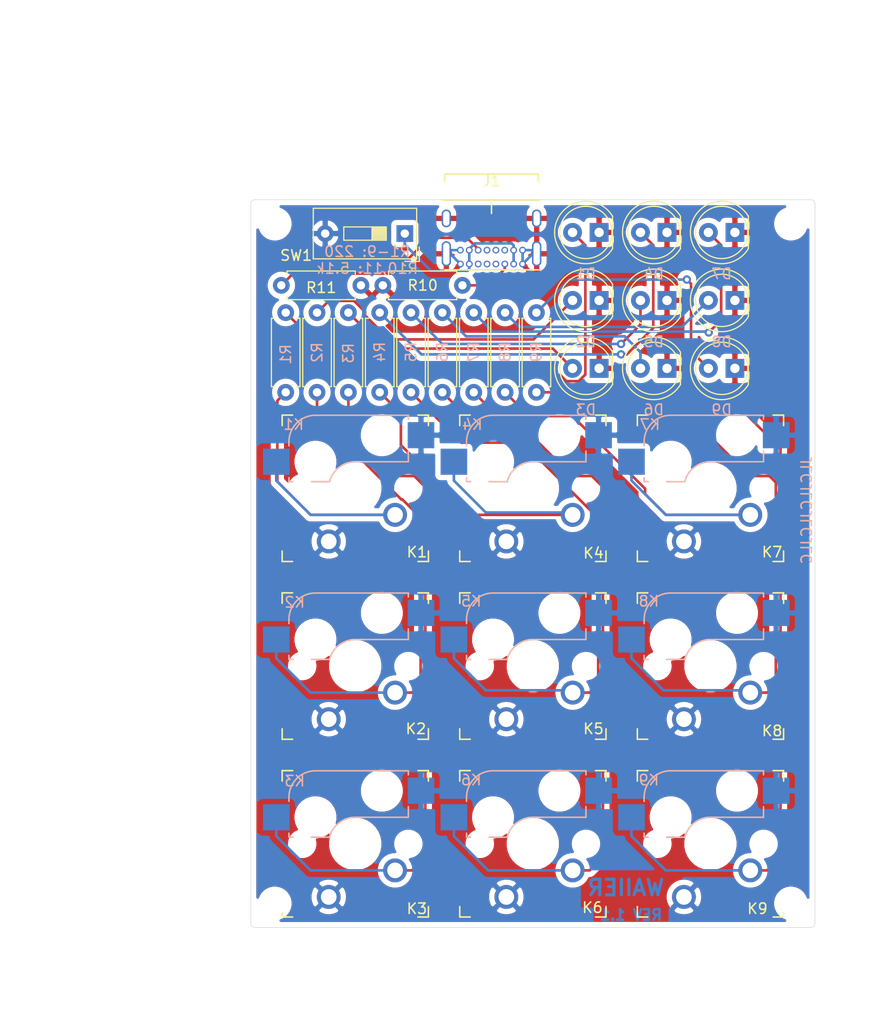
<source format=kicad_pcb>
(kicad_pcb (version 20171130) (host pcbnew "(5.1.0)-1")
  (layers (0 F.Cu signal) (31 B.Cu signal) (34 B.Paste user hide) (35 F.Paste user) (36 B.SilkS user) (37 F.SilkS user) (38 B.Mask user) (39 F.Mask user) (44 Edge.Cuts user))
  (net 0 "")
  (net 1 "Net-(D1-Pad2)")
  (net 2 "Net-(D2-Pad2)")
  (net 3 "Net-(D3-Pad2)")
  (net 4 "Net-(D4-Pad2)")
  (net 5 "Net-(D5-Pad2)")
  (net 6 "Net-(D6-Pad2)")
  (net 7 "Net-(D7-Pad2)")
  (net 8 "Net-(D8-Pad2)")
  (net 9 "Net-(D9-Pad2)")
  (net 10 5V)
  (net 11 "Net-(K1-Pad2)")
  (net 12 "Net-(K2-Pad2)")
  (net 13 "Net-(K3-Pad2)")
  (net 14 "Net-(K4-Pad2)")
  (net 15 "Net-(K5-Pad2)")
  (net 16 "Net-(K6-Pad2)")
  (net 17 "Net-(K7-Pad2)")
  (net 18 "Net-(K8-Pad2)")
  (net 19 "Net-(K9-Pad2)")
  (net 20 VUSB)
  (net 21 "Net-(J1-PadA5)")
  (net 22 "Net-(J1-PadA6)")
  (net 23 "Net-(J1-PadA7)")
  (net 24 "Net-(J1-PadA8)")
  (net 25 "Net-(J1-PadB8)")
  (net 26 "Net-(J1-PadB7)")
  (net 27 "Net-(J1-PadB6)")
  (net 28 "Net-(J1-PadB5)")
  (net 29 GND)
  (module MountingHole:MountingHole_2.2mm_M2 (layer F.Cu) (at 114.7 32.7)
    (fp_text reference REF**)
    (fp_text value MountingHole_2.2mm_M2)
    (pad 1 np_thru_hole circle (at 0 0) (size 2.2 2.2) (drill 2.2) (layers *.Cu *.Mask))
  )
  (module keyswitches:Kailh_socket_MX_optional (layer F.Cu) (at 107 92 180)
    (fp_text reference K9 (at -4.5 -6.2 180) (layer F.SilkS))
    (fp_text value KEYSW)
    (fp_text user %R (at 5.9 6.1 180) (layer B.SilkS) (effects (justify mirror)))
    (pad 2 smd rect (at 7.56 2.54 180) (size 2.55 2.5) (layers B.Cu B.Paste B.Mask) (net 19 "Net-(K9-Pad2)"))
    (pad "" np_thru_hole circle (at -5.08 0 180) (size 1.7018 1.7018) (drill 1.7018) (layers *.Cu *.Mask))
    (pad "" np_thru_hole circle (at 5.08 0 180) (size 1.7018 1.7018) (drill 1.7018) (layers *.Cu *.Mask))
    (pad 2 thru_hole circle (at -3.81 -2.54 180) (size 2.286 2.286) (drill 1.4986) (layers *.Cu *.Mask) (net 19 "Net-(K9-Pad2)"))
    (pad "" np_thru_hole circle (at 0 0 180) (size 3.9878 3.9878) (drill 3.9878) (layers *.Cu *.Mask))
    (pad 1 thru_hole circle (at 2.54 -5.08 180) (size 2.286 2.286) (drill 1.4986) (layers *.Cu *.Mask) (net 10 5V))
    (pad "" np_thru_hole circle (at 3.81 2.54 180) (size 3 3) (drill 3) (layers *.Cu *.Mask))
    (pad "" np_thru_hole circle (at -2.54 5.08 180) (size 3 3) (drill 3) (layers *.Cu *.Mask))
    (pad 1 smd rect (at -6.29 5.08 180) (size 2.55 2.5) (layers B.Cu B.Paste B.Mask) (net 10 5V))
  )
  (module keyswitches:Kailh_socket_MX_optional (layer F.Cu) (at 107 75 180)
    (fp_text reference K8 (at -5.9 -6.2 180) (layer F.SilkS))
    (fp_text value KEYSW)
    (fp_text user %R (at 5.9 6.2 180) (layer B.SilkS) (effects (justify mirror)))
    (pad 2 smd rect (at 7.56 2.54 180) (size 2.55 2.5) (layers B.Cu B.Paste B.Mask) (net 18 "Net-(K8-Pad2)"))
    (pad "" np_thru_hole circle (at -5.08 0 180) (size 1.7018 1.7018) (drill 1.7018) (layers *.Cu *.Mask))
    (pad "" np_thru_hole circle (at 5.08 0 180) (size 1.7018 1.7018) (drill 1.7018) (layers *.Cu *.Mask))
    (pad 2 thru_hole circle (at -3.81 -2.54 180) (size 2.286 2.286) (drill 1.4986) (layers *.Cu *.Mask) (net 18 "Net-(K8-Pad2)"))
    (pad "" np_thru_hole circle (at 0 0 180) (size 3.9878 3.9878) (drill 3.9878) (layers *.Cu *.Mask))
    (pad 1 thru_hole circle (at 2.54 -5.08 180) (size 2.286 2.286) (drill 1.4986) (layers *.Cu *.Mask) (net 10 5V))
    (pad "" np_thru_hole circle (at 3.81 2.54 180) (size 3 3) (drill 3) (layers *.Cu *.Mask))
    (pad "" np_thru_hole circle (at -2.54 5.08 180) (size 3 3) (drill 3) (layers *.Cu *.Mask))
    (pad 1 smd rect (at -6.29 5.08 180) (size 2.55 2.5) (layers B.Cu B.Paste B.Mask) (net 10 5V))
  )
  (module keyswitches:Kailh_socket_MX_optional (layer F.Cu) (at 107 58 180)
    (fp_text reference K7 (at -5.9 -6.1 180) (layer F.SilkS))
    (fp_text value KEYSW)
    (fp_text user %R (at 5.8 6.1 180) (layer B.SilkS) (effects (justify mirror)))
    (pad 2 smd rect (at 7.56 2.54 180) (size 2.55 2.5) (layers B.Cu B.Paste B.Mask) (net 17 "Net-(K7-Pad2)"))
    (pad "" np_thru_hole circle (at -5.08 0 180) (size 1.7018 1.7018) (drill 1.7018) (layers *.Cu *.Mask))
    (pad "" np_thru_hole circle (at 5.08 0 180) (size 1.7018 1.7018) (drill 1.7018) (layers *.Cu *.Mask))
    (pad 2 thru_hole circle (at -3.81 -2.54 180) (size 2.286 2.286) (drill 1.4986) (layers *.Cu *.Mask) (net 17 "Net-(K7-Pad2)"))
    (pad "" np_thru_hole circle (at 0 0 180) (size 3.9878 3.9878) (drill 3.9878) (layers *.Cu *.Mask))
    (pad 1 thru_hole circle (at 2.54 -5.08 180) (size 2.286 2.286) (drill 1.4986) (layers *.Cu *.Mask) (net 10 5V))
    (pad "" np_thru_hole circle (at 3.81 2.54 180) (size 3 3) (drill 3) (layers *.Cu *.Mask))
    (pad "" np_thru_hole circle (at -2.54 5.08 180) (size 3 3) (drill 3) (layers *.Cu *.Mask))
    (pad 1 smd rect (at -6.29 5.08 180) (size 2.55 2.5) (layers B.Cu B.Paste B.Mask) (net 10 5V))
  )
  (module keyswitches:Kailh_socket_MX_optional (layer F.Cu) (at 90 92 180)
    (fp_text reference K6 (at -5.7 -6.1 180) (layer F.SilkS))
    (fp_text value KEYSW)
    (fp_text user %R (at 5.9 6.1 180) (layer B.SilkS) (effects (justify mirror)))
    (pad 2 smd rect (at 7.56 2.54 180) (size 2.55 2.5) (layers B.Cu B.Paste B.Mask) (net 16 "Net-(K6-Pad2)"))
    (pad "" np_thru_hole circle (at -5.08 0 180) (size 1.7018 1.7018) (drill 1.7018) (layers *.Cu *.Mask))
    (pad "" np_thru_hole circle (at 5.08 0 180) (size 1.7018 1.7018) (drill 1.7018) (layers *.Cu *.Mask))
    (pad 2 thru_hole circle (at -3.81 -2.54 180) (size 2.286 2.286) (drill 1.4986) (layers *.Cu *.Mask) (net 16 "Net-(K6-Pad2)"))
    (pad "" np_thru_hole circle (at 0 0 180) (size 3.9878 3.9878) (drill 3.9878) (layers *.Cu *.Mask))
    (pad 1 thru_hole circle (at 2.54 -5.08 180) (size 2.286 2.286) (drill 1.4986) (layers *.Cu *.Mask) (net 10 5V))
    (pad "" np_thru_hole circle (at 3.81 2.54 180) (size 3 3) (drill 3) (layers *.Cu *.Mask))
    (pad "" np_thru_hole circle (at -2.54 5.08 180) (size 3 3) (drill 3) (layers *.Cu *.Mask))
    (pad 1 smd rect (at -6.29 5.08 180) (size 2.55 2.5) (layers B.Cu B.Paste B.Mask) (net 10 5V))
  )
  (module keyswitches:Kailh_socket_MX_optional (layer F.Cu) (at 90 75 180)
    (fp_text reference K5 (at -5.8 -6 180) (layer F.SilkS))
    (fp_text value KEYSW)
    (fp_text user %R (at 5.9 6.2 180) (layer B.SilkS) (effects (justify mirror)))
    (pad 2 smd rect (at 7.56 2.54 180) (size 2.55 2.5) (layers B.Cu B.Paste B.Mask) (net 15 "Net-(K5-Pad2)"))
    (pad "" np_thru_hole circle (at -5.08 0 180) (size 1.7018 1.7018) (drill 1.7018) (layers *.Cu *.Mask))
    (pad "" np_thru_hole circle (at 5.08 0 180) (size 1.7018 1.7018) (drill 1.7018) (layers *.Cu *.Mask))
    (pad 2 thru_hole circle (at -3.81 -2.54 180) (size 2.286 2.286) (drill 1.4986) (layers *.Cu *.Mask) (net 15 "Net-(K5-Pad2)"))
    (pad "" np_thru_hole circle (at 0 0 180) (size 3.9878 3.9878) (drill 3.9878) (layers *.Cu *.Mask))
    (pad 1 thru_hole circle (at 2.54 -5.08 180) (size 2.286 2.286) (drill 1.4986) (layers *.Cu *.Mask) (net 10 5V))
    (pad "" np_thru_hole circle (at 3.81 2.54 180) (size 3 3) (drill 3) (layers *.Cu *.Mask))
    (pad "" np_thru_hole circle (at -2.54 5.08 180) (size 3 3) (drill 3) (layers *.Cu *.Mask))
    (pad 1 smd rect (at -6.29 5.08 180) (size 2.55 2.5) (layers B.Cu B.Paste B.Mask) (net 10 5V))
  )
  (module keyswitches:Kailh_socket_MX_optional (layer F.Cu) (at 90 58 180)
    (fp_text reference K4 (at -5.8 -6.2 180) (layer F.SilkS))
    (fp_text value KEYSW)
    (fp_text user %R (at 5.8 6.1 180) (layer B.SilkS) (effects (justify mirror)))
    (pad 2 smd rect (at 7.56 2.54 180) (size 2.55 2.5) (layers B.Cu B.Paste B.Mask) (net 14 "Net-(K4-Pad2)"))
    (pad "" np_thru_hole circle (at -5.08 0 180) (size 1.7018 1.7018) (drill 1.7018) (layers *.Cu *.Mask))
    (pad "" np_thru_hole circle (at 5.08 0 180) (size 1.7018 1.7018) (drill 1.7018) (layers *.Cu *.Mask))
    (pad 2 thru_hole circle (at -3.81 -2.54 180) (size 2.286 2.286) (drill 1.4986) (layers *.Cu *.Mask) (net 14 "Net-(K4-Pad2)"))
    (pad "" np_thru_hole circle (at 0 0 180) (size 3.9878 3.9878) (drill 3.9878) (layers *.Cu *.Mask))
    (pad 1 thru_hole circle (at 2.54 -5.08 180) (size 2.286 2.286) (drill 1.4986) (layers *.Cu *.Mask) (net 10 5V))
    (pad "" np_thru_hole circle (at 3.81 2.54 180) (size 3 3) (drill 3) (layers *.Cu *.Mask))
    (pad "" np_thru_hole circle (at -2.54 5.08 180) (size 3 3) (drill 3) (layers *.Cu *.Mask))
    (pad 1 smd rect (at -6.29 5.08 180) (size 2.55 2.5) (layers B.Cu B.Paste B.Mask) (net 10 5V))
  )
  (module keyswitches:Kailh_socket_MX_optional (layer F.Cu) (at 73 92 180)
    (fp_text reference K3 (at -5.9 -6.2 180) (layer F.SilkS))
    (fp_text value KEYSW)
    (fp_text user %R (at 5.8 6 180) (layer B.SilkS) (effects (justify mirror)))
    (pad 2 smd rect (at 7.56 2.54 180) (size 2.55 2.5) (layers B.Cu B.Paste B.Mask) (net 13 "Net-(K3-Pad2)"))
    (pad "" np_thru_hole circle (at -5.08 0 180) (size 1.7018 1.7018) (drill 1.7018) (layers *.Cu *.Mask))
    (pad "" np_thru_hole circle (at 5.08 0 180) (size 1.7018 1.7018) (drill 1.7018) (layers *.Cu *.Mask))
    (pad 2 thru_hole circle (at -3.81 -2.54 180) (size 2.286 2.286) (drill 1.4986) (layers *.Cu *.Mask) (net 13 "Net-(K3-Pad2)"))
    (pad "" np_thru_hole circle (at 0 0 180) (size 3.9878 3.9878) (drill 3.9878) (layers *.Cu *.Mask))
    (pad 1 thru_hole circle (at 2.54 -5.08 180) (size 2.286 2.286) (drill 1.4986) (layers *.Cu *.Mask) (net 10 5V))
    (pad "" np_thru_hole circle (at 3.81 2.54 180) (size 3 3) (drill 3) (layers *.Cu *.Mask))
    (pad "" np_thru_hole circle (at -2.54 5.08 180) (size 3 3) (drill 3) (layers *.Cu *.Mask))
    (pad 1 smd rect (at -6.29 5.08 180) (size 2.55 2.5) (layers B.Cu B.Paste B.Mask) (net 10 5V))
  )
  (module keyswitches:Kailh_socket_MX_optional (layer F.Cu) (at 73 75 180)
    (fp_text reference K2 (at -5.8 -6 180) (layer F.SilkS))
    (fp_text value KEYSW)
    (fp_text user %R (at 5.8 6.1 180) (layer B.SilkS) (effects (justify mirror)))
    (pad 2 smd rect (at 7.56 2.54 180) (size 2.55 2.5) (layers B.Cu B.Paste B.Mask) (net 12 "Net-(K2-Pad2)"))
    (pad "" np_thru_hole circle (at -5.08 0 180) (size 1.7018 1.7018) (drill 1.7018) (layers *.Cu *.Mask))
    (pad "" np_thru_hole circle (at 5.08 0 180) (size 1.7018 1.7018) (drill 1.7018) (layers *.Cu *.Mask))
    (pad 2 thru_hole circle (at -3.81 -2.54 180) (size 2.286 2.286) (drill 1.4986) (layers *.Cu *.Mask) (net 12 "Net-(K2-Pad2)"))
    (pad "" np_thru_hole circle (at 0 0 180) (size 3.9878 3.9878) (drill 3.9878) (layers *.Cu *.Mask))
    (pad 1 thru_hole circle (at 2.54 -5.08 180) (size 2.286 2.286) (drill 1.4986) (layers *.Cu *.Mask) (net 10 5V))
    (pad "" np_thru_hole circle (at 3.81 2.54 180) (size 3 3) (drill 3) (layers *.Cu *.Mask))
    (pad "" np_thru_hole circle (at -2.54 5.08 180) (size 3 3) (drill 3) (layers *.Cu *.Mask))
    (pad 1 smd rect (at -6.29 5.08 180) (size 2.55 2.5) (layers B.Cu B.Paste B.Mask) (net 10 5V))
  )
  (module keyswitches:Kailh_socket_MX_optional (layer F.Cu) (at 73 58 180)
    (fp_text reference K1 (at -5.9 -6.1 180) (layer F.SilkS))
    (fp_text value KEYSW)
    (fp_text user %R (at 5.9 6.1 180) (layer B.SilkS) (effects (justify mirror)))
    (pad 2 smd rect (at 7.56 2.54 180) (size 2.55 2.5) (layers B.Cu B.Paste B.Mask) (net 11 "Net-(K1-Pad2)"))
    (pad "" np_thru_hole circle (at -5.08 0 180) (size 1.7018 1.7018) (drill 1.7018) (layers *.Cu *.Mask))
    (pad "" np_thru_hole circle (at 5.08 0 180) (size 1.7018 1.7018) (drill 1.7018) (layers *.Cu *.Mask))
    (pad 2 thru_hole circle (at -3.81 -2.54 180) (size 2.286 2.286) (drill 1.4986) (layers *.Cu *.Mask) (net 11 "Net-(K1-Pad2)"))
    (pad "" np_thru_hole circle (at 0 0 180) (size 3.9878 3.9878) (drill 3.9878) (layers *.Cu *.Mask))
    (pad 1 thru_hole circle (at 2.54 -5.08 180) (size 2.286 2.286) (drill 1.4986) (layers *.Cu *.Mask) (net 10 5V))
    (pad "" np_thru_hole circle (at 3.81 2.54 180) (size 3 3) (drill 3) (layers *.Cu *.Mask))
    (pad "" np_thru_hole circle (at -2.54 5.08 180) (size 3 3) (drill 3) (layers *.Cu *.Mask))
    (pad 1 smd rect (at -6.29 5.08 180) (size 2.55 2.5) (layers B.Cu B.Paste B.Mask) (net 10 5V))
  )
  (module LED_THT:LED_D5.0mm (layer F.Cu) (at 109.34 33.53 180)
    (fp_text reference D7 (at 1.27 -3.96 180) (layer B.SilkS) (effects (justify mirror)))
    (fp_text value LED)
    (pad 2 thru_hole circle (at 2.54 0 180) (size 1.8 1.8) (drill 0.9) (layers *.Cu *.Mask) (net 7 "Net-(D7-Pad2)"))
    (pad 1 thru_hole rect (at 0 0 180) (size 1.8 1.8) (drill 0.9) (layers *.Cu *.Mask) (net 29 GND))
  )
  (module Resistor_THT:R_Axial_DIN0207_L6.3mm_D2.5mm_P7.62mm_Horizontal (layer F.Cu) (at 73.54 38.59 180)
    (fp_text reference R11 (at 3.8 -0.22 180) (layer F.SilkS))
    (fp_text value R)
    (pad 2 thru_hole oval (at 7.62 0 180) (size 1.6 1.6) (drill 0.8) (layers *.Cu *.Mask) (net 28 "Net-(J1-PadB5)"))
    (pad 1 thru_hole circle (at 0 0 180) (size 1.6 1.6) (drill 0.8) (layers *.Cu *.Mask) (net 29 GND))
  )
  (module Resistor_THT:R_Axial_DIN0207_L6.3mm_D2.5mm_P7.62mm_Horizontal (layer F.Cu) (at 75.64 38.59)
    (fp_text reference R10 (at 3.81 0) (layer F.SilkS))
    (fp_text value R)
    (pad 2 thru_hole oval (at 7.62 0) (size 1.6 1.6) (drill 0.8) (layers *.Cu *.Mask) (net 21 "Net-(J1-PadA5)"))
    (pad 1 thru_hole circle (at 0 0) (size 1.6 1.6) (drill 0.8) (layers *.Cu *.Mask) (net 29 GND))
  )
  (module Type-C:USB_C_GCT_USB4085 (layer F.Cu) (at 86.04 30.45 180)
    (fp_text reference J1 (at 0 1.85 180) (layer F.SilkS))
    (fp_text value USB_C_Receptacle_USB2.0)
    (pad A5 thru_hole circle (at -1.275 -6.1 180) (size 0.65 0.65) (drill 0.4) (layers *.Cu *.Mask) (net 21 "Net-(J1-PadA5)"))
    (pad A1 thru_hole circle (at -2.975 -6.1 180) (size 0.65 0.65) (drill 0.4) (layers *.Cu *.Mask) (net 29 GND))
    (pad A4 thru_hole circle (at -2.125 -6.1 180) (size 0.65 0.65) (drill 0.4) (layers *.Cu *.Mask) (net 20 VUSB))
    (pad A6 thru_hole circle (at -0.425 -6.1 180) (size 0.65 0.65) (drill 0.4) (layers *.Cu *.Mask) (net 22 "Net-(J1-PadA6)"))
    (pad A7 thru_hole circle (at 0.425 -6.1 180) (size 0.65 0.65) (drill 0.4) (layers *.Cu *.Mask) (net 23 "Net-(J1-PadA7)"))
    (pad A8 thru_hole circle (at 1.275 -6.1 180) (size 0.65 0.65) (drill 0.4) (layers *.Cu *.Mask) (net 24 "Net-(J1-PadA8)"))
    (pad A9 thru_hole circle (at 2.125 -6.1 180) (size 0.65 0.65) (drill 0.4) (layers *.Cu *.Mask) (net 20 VUSB))
    (pad A12 thru_hole circle (at 2.975 -6.1 180) (size 0.65 0.65) (drill 0.4) (layers *.Cu *.Mask) (net 29 GND))
    (pad B12 thru_hole circle (at -2.975 -4.775 180) (size 0.65 0.65) (drill 0.4) (layers *.Cu *.Mask) (net 29 GND))
    (pad B9 thru_hole circle (at -2.12 -4.775 180) (size 0.65 0.65) (drill 0.4) (layers *.Cu *.Mask) (net 20 VUSB))
    (pad B8 thru_hole circle (at -1.27 -4.775 180) (size 0.65 0.65) (drill 0.4) (layers *.Cu *.Mask) (net 25 "Net-(J1-PadB8)"))
    (pad B7 thru_hole circle (at -0.42 -4.775 180) (size 0.65 0.65) (drill 0.4) (layers *.Cu *.Mask) (net 26 "Net-(J1-PadB7)"))
    (pad B6 thru_hole circle (at 0.43 -4.775 180) (size 0.65 0.65) (drill 0.4) (layers *.Cu *.Mask) (net 27 "Net-(J1-PadB6)"))
    (pad B5 thru_hole circle (at 1.28 -4.775 180) (size 0.65 0.65) (drill 0.4) (layers *.Cu *.Mask) (net 28 "Net-(J1-PadB5)"))
    (pad B4 thru_hole circle (at 2.13 -4.775 180) (size 0.65 0.65) (drill 0.4) (layers *.Cu *.Mask) (net 20 VUSB))
    (pad B1 thru_hole circle (at 2.98 -4.775 180) (size 0.65 0.65) (drill 0.4) (layers *.Cu *.Mask) (net 29 GND))
    (pad S1 thru_hole oval (at -4.325 -5.12 180) (size 0.9 2.4) (drill oval 0.6 2.1) (layers *.Cu *.Mask) (net 29 GND))
    (pad S1 thru_hole oval (at 4.325 -5.12 180) (size 0.9 2.4) (drill oval 0.6 2.1) (layers *.Cu *.Mask) (net 29 GND))
    (pad S1 thru_hole oval (at -4.325 -1.74 180) (size 0.9 1.7) (drill oval 0.6 1.4) (layers *.Cu *.Mask) (net 29 GND))
    (pad S1 thru_hole oval (at 4.325 -1.74 180) (size 0.9 1.7) (drill oval 0.6 1.4) (layers *.Cu *.Mask) (net 29 GND))
  )
  (module MountingHole:MountingHole_2.2mm_M2 (layer F.Cu) (at 65.3 32.7 90)
    (fp_text reference REF**)
    (fp_text value MountingHole_2.2mm_M2)
    (pad 1 np_thru_hole circle (at 0 0 90) (size 2.2 2.2) (drill 2.2) (layers *.Cu *.Mask))
  )
  (module MountingHole:MountingHole_2.2mm_M2 (layer F.Cu) (at 114.7 97.7)
    (fp_text reference REF**)
    (fp_text value MountingHole_2.2mm_M2)
    (pad 1 np_thru_hole circle (at 0 0) (size 2.2 2.2) (drill 2.2) (layers *.Cu *.Mask))
  )
  (module MountingHole:MountingHole_2.2mm_M2 (layer F.Cu) (at 65.3 97.7)
    (fp_text reference REF**)
    (fp_text value MountingHole_2.2mm_M2)
    (pad 1 np_thru_hole circle (at 0 0) (size 2.2 2.2) (drill 2.2) (layers *.Cu *.Mask))
  )
  (module LED_THT:LED_D5.0mm (layer F.Cu) (at 109.34 46.53 180)
    (fp_text reference D9 (at 1.27 -3.96 180) (layer B.SilkS) (effects (justify mirror)))
    (fp_text value LED)
    (pad 2 thru_hole circle (at 2.54 0 180) (size 1.8 1.8) (drill 0.9) (layers *.Cu *.Mask) (net 9 "Net-(D9-Pad2)"))
    (pad 1 thru_hole rect (at 0 0 180) (size 1.8 1.8) (drill 0.9) (layers *.Cu *.Mask) (net 29 GND))
  )
  (module Button_Switch_THT:SW_DIP_SPSTx01_Slide_9.78x4.72mm_W7.62mm_P2.54mm (layer F.Cu) (at 77.74 33.64 180)
    (fp_text reference SW1 (at 10.4 -2.09 180) (layer F.SilkS))
    (fp_text value SW_DIP_x01)
    (pad 2 thru_hole oval (at 7.62 0 180) (size 1.6 1.6) (drill 0.8) (layers *.Cu *.Mask) (net 10 5V))
    (pad 1 thru_hole rect (at 0 0 180) (size 1.6 1.6) (drill 0.8) (layers *.Cu *.Mask) (net 20 VUSB))
  )
  (module Resistor_THT:R_Axial_DIN0207_L6.3mm_D2.5mm_P7.62mm_Horizontal (layer F.Cu) (at 90.34 48.82 90)
    (fp_text reference R9 (at 3.85 0 90) (layer B.SilkS) (effects (justify mirror)))
    (fp_text value R)
    (pad 2 thru_hole oval (at 7.62 0 90) (size 1.6 1.6) (drill 0.8) (layers *.Cu *.Mask) (net 9 "Net-(D9-Pad2)"))
    (pad 1 thru_hole circle (at 0 0 90) (size 1.6 1.6) (drill 0.8) (layers *.Cu *.Mask) (net 19 "Net-(K9-Pad2)"))
  )
  (module Resistor_THT:R_Axial_DIN0207_L6.3mm_D2.5mm_P7.62mm_Horizontal (layer F.Cu) (at 87.34 48.82 90)
    (fp_text reference R8 (at 3.85 0 90) (layer B.SilkS) (effects (justify mirror)))
    (fp_text value R)
    (pad 2 thru_hole oval (at 7.62 0 90) (size 1.6 1.6) (drill 0.8) (layers *.Cu *.Mask) (net 8 "Net-(D8-Pad2)"))
    (pad 1 thru_hole circle (at 0 0 90) (size 1.6 1.6) (drill 0.8) (layers *.Cu *.Mask) (net 18 "Net-(K8-Pad2)"))
  )
  (module Resistor_THT:R_Axial_DIN0207_L6.3mm_D2.5mm_P7.62mm_Horizontal (layer F.Cu) (at 84.34 48.82 90)
    (fp_text reference R7 (at 3.85 0 90) (layer B.SilkS) (effects (justify mirror)))
    (fp_text value R)
    (pad 2 thru_hole oval (at 7.62 0 90) (size 1.6 1.6) (drill 0.8) (layers *.Cu *.Mask) (net 7 "Net-(D7-Pad2)"))
    (pad 1 thru_hole circle (at 0 0 90) (size 1.6 1.6) (drill 0.8) (layers *.Cu *.Mask) (net 17 "Net-(K7-Pad2)"))
  )
  (module Resistor_THT:R_Axial_DIN0207_L6.3mm_D2.5mm_P7.62mm_Horizontal (layer F.Cu) (at 81.34 48.82 90)
    (fp_text reference R6 (at 3.85 0 90) (layer B.SilkS) (effects (justify mirror)))
    (fp_text value R)
    (pad 2 thru_hole oval (at 7.62 0 90) (size 1.6 1.6) (drill 0.8) (layers *.Cu *.Mask) (net 6 "Net-(D6-Pad2)"))
    (pad 1 thru_hole circle (at 0 0 90) (size 1.6 1.6) (drill 0.8) (layers *.Cu *.Mask) (net 16 "Net-(K6-Pad2)"))
  )
  (module Resistor_THT:R_Axial_DIN0207_L6.3mm_D2.5mm_P7.62mm_Horizontal (layer F.Cu) (at 78.34 48.82 90)
    (fp_text reference R5 (at 3.85 0 90) (layer B.SilkS) (effects (justify mirror)))
    (fp_text value R)
    (pad 2 thru_hole oval (at 7.62 0 90) (size 1.6 1.6) (drill 0.8) (layers *.Cu *.Mask) (net 5 "Net-(D5-Pad2)"))
    (pad 1 thru_hole circle (at 0 0 90) (size 1.6 1.6) (drill 0.8) (layers *.Cu *.Mask) (net 15 "Net-(K5-Pad2)"))
  )
  (module Resistor_THT:R_Axial_DIN0207_L6.3mm_D2.5mm_P7.62mm_Horizontal (layer F.Cu) (at 75.34 48.82 90)
    (fp_text reference R4 (at 3.85 0 90) (layer B.SilkS) (effects (justify mirror)))
    (fp_text value R)
    (pad 2 thru_hole oval (at 7.62 0 90) (size 1.6 1.6) (drill 0.8) (layers *.Cu *.Mask) (net 4 "Net-(D4-Pad2)"))
    (pad 1 thru_hole circle (at 0 0 90) (size 1.6 1.6) (drill 0.8) (layers *.Cu *.Mask) (net 14 "Net-(K4-Pad2)"))
  )
  (module Resistor_THT:R_Axial_DIN0207_L6.3mm_D2.5mm_P7.62mm_Horizontal (layer F.Cu) (at 72.34 48.82 90)
    (fp_text reference R3 (at 3.74 0 90) (layer B.SilkS) (effects (justify mirror)))
    (fp_text value R)
    (pad 2 thru_hole oval (at 7.62 0 90) (size 1.6 1.6) (drill 0.8) (layers *.Cu *.Mask) (net 3 "Net-(D3-Pad2)"))
    (pad 1 thru_hole circle (at 0 0 90) (size 1.6 1.6) (drill 0.8) (layers *.Cu *.Mask) (net 13 "Net-(K3-Pad2)"))
  )
  (module Resistor_THT:R_Axial_DIN0207_L6.3mm_D2.5mm_P7.62mm_Horizontal (layer F.Cu) (at 69.34 48.82 90)
    (fp_text reference R2 (at 3.81 0 90) (layer B.SilkS) (effects (justify mirror)))
    (fp_text value R)
    (pad 2 thru_hole oval (at 7.62 0 90) (size 1.6 1.6) (drill 0.8) (layers *.Cu *.Mask) (net 2 "Net-(D2-Pad2)"))
    (pad 1 thru_hole circle (at 0 0 90) (size 1.6 1.6) (drill 0.8) (layers *.Cu *.Mask) (net 12 "Net-(K2-Pad2)"))
  )
  (module Resistor_THT:R_Axial_DIN0207_L6.3mm_D2.5mm_P7.62mm_Horizontal (layer F.Cu) (at 66.34 48.82 90)
    (fp_text reference R1 (at 3.63 0 90) (layer B.SilkS) (effects (justify mirror)))
    (fp_text value R)
    (pad 2 thru_hole oval (at 7.62 0 90) (size 1.6 1.6) (drill 0.8) (layers *.Cu *.Mask) (net 1 "Net-(D1-Pad2)"))
    (pad 1 thru_hole circle (at 0 0 90) (size 1.6 1.6) (drill 0.8) (layers *.Cu *.Mask) (net 11 "Net-(K1-Pad2)"))
  )
  (module LED_THT:LED_D5.0mm (layer F.Cu) (at 109.34 40.03 180)
    (fp_text reference D8 (at 1.27 -3.96 180) (layer B.SilkS) (effects (justify mirror)))
    (fp_text value LED)
    (pad 2 thru_hole circle (at 2.54 0 180) (size 1.8 1.8) (drill 0.9) (layers *.Cu *.Mask) (net 8 "Net-(D8-Pad2)"))
    (pad 1 thru_hole rect (at 0 0 180) (size 1.8 1.8) (drill 0.9) (layers *.Cu *.Mask) (net 29 GND))
  )
  (module LED_THT:LED_D5.0mm (layer F.Cu) (at 102.84 46.53 180)
    (fp_text reference D6 (at 1.27 -3.96 180) (layer B.SilkS) (effects (justify mirror)))
    (fp_text value LED)
    (pad 2 thru_hole circle (at 2.54 0 180) (size 1.8 1.8) (drill 0.9) (layers *.Cu *.Mask) (net 6 "Net-(D6-Pad2)"))
    (pad 1 thru_hole rect (at 0 0 180) (size 1.8 1.8) (drill 0.9) (layers *.Cu *.Mask) (net 29 GND))
  )
  (module LED_THT:LED_D5.0mm (layer F.Cu) (at 102.84 40.03 180)
    (fp_text reference D5 (at 1.27 -3.96 180) (layer B.SilkS) (effects (justify mirror)))
    (fp_text value LED)
    (pad 2 thru_hole circle (at 2.54 0 180) (size 1.8 1.8) (drill 0.9) (layers *.Cu *.Mask) (net 5 "Net-(D5-Pad2)"))
    (pad 1 thru_hole rect (at 0 0 180) (size 1.8 1.8) (drill 0.9) (layers *.Cu *.Mask) (net 29 GND))
  )
  (module LED_THT:LED_D5.0mm (layer F.Cu) (at 102.84 33.53 180)
    (fp_text reference D4 (at 1.27 -3.96 180) (layer B.SilkS) (effects (justify mirror)))
    (fp_text value LED)
    (pad 2 thru_hole circle (at 2.54 0 180) (size 1.8 1.8) (drill 0.9) (layers *.Cu *.Mask) (net 4 "Net-(D4-Pad2)"))
    (pad 1 thru_hole rect (at 0 0 180) (size 1.8 1.8) (drill 0.9) (layers *.Cu *.Mask) (net 29 GND))
  )
  (module LED_THT:LED_D5.0mm (layer F.Cu) (at 96.34 46.53 180)
    (fp_text reference D3 (at 1.27 -3.96 180) (layer B.SilkS) (effects (justify mirror)))
    (fp_text value LED)
    (pad 2 thru_hole circle (at 2.54 0 180) (size 1.8 1.8) (drill 0.9) (layers *.Cu *.Mask) (net 3 "Net-(D3-Pad2)"))
    (pad 1 thru_hole rect (at 0 0 180) (size 1.8 1.8) (drill 0.9) (layers *.Cu *.Mask) (net 29 GND))
  )
  (module LED_THT:LED_D5.0mm (layer F.Cu) (at 96.34 40.03 180)
    (fp_text reference D2 (at 1.27 -3.96 180) (layer B.SilkS) (effects (justify mirror)))
    (fp_text value LED)
    (pad 2 thru_hole circle (at 2.54 0 180) (size 1.8 1.8) (drill 0.9) (layers *.Cu *.Mask) (net 2 "Net-(D2-Pad2)"))
    (pad 1 thru_hole rect (at 0 0 180) (size 1.8 1.8) (drill 0.9) (layers *.Cu *.Mask) (net 29 GND))
  )
  (module LED_THT:LED_D5.0mm (layer F.Cu) (at 96.34 33.53 180)
    (fp_text reference D1 (at 1.27 -3.96 180) (layer B.SilkS) (effects (justify mirror)))
    (fp_text value LED)
    (pad 2 thru_hole circle (at 2.54 0 180) (size 1.8 1.8) (drill 0.9) (layers *.Cu *.Mask) (net 1 "Net-(D1-Pad2)"))
    (pad 1 thru_hole rect (at 0 0 180) (size 1.8 1.8) (drill 0.9) (layers *.Cu *.Mask) (net 29 GND))
  )
  (gr_arc (start 63.4 30.8) (end 63.4 30.4) (angle -90) (layer Edge.Cuts) (width 0.05))
  (gr_arc (start 63.4 99.6) (end 63 99.6) (angle -90) (layer Edge.Cuts) (width 0.05))
  (gr_arc (start 116.6 99.6) (end 116.6 100) (angle -90) (layer Edge.Cuts) (width 0.05))
  (gr_arc (start 116.6 30.8) (end 117 30.8) (angle -90) (layer Edge.Cuts) (width 0.05))
  (gr_line (start 63.4 30.4) (end 116.6 30.4) (layer Edge.Cuts) (width 0.05))
  (gr_line (start 63 99.6) (end 63 30.8) (layer Edge.Cuts) (width 0.05))
  (gr_line (start 65 100) (end 63.4 100) (layer Edge.Cuts) (width 0.05))
  (gr_line (start 116.6 100) (end 65 100) (layer Edge.Cuts) (width 0.05))
  (gr_line (start 117 30.8) (end 117 99.6) (layer Edge.Cuts) (width 0.05))
  (gr_text JLCJLCJLCJLC (at 116.2 60.1 90) (layer B.SilkS) (effects (font (size 1 1)) (justify mirror)))
  (gr_text "REV 1.1\n" (at 99.4 98.8) (layer B.Cu) (effects (font (size 1 1) (thickness 0.25)) (justify mirror)))
  (gr_text WAIIER (at 98.9 96.2) (layer B.Cu) (effects (font (size 1.5 1.5) (thickness 0.3)) (justify mirror)))
  (gr_text "R1-9: 220\nR10,11: 5.1k" (at 74.14 36.17) (layer B.SilkS) (effects (font (size 1 1)) (justify mirror)))
  (segment (start 66.34 41.2) (end 72.31 47.17) (width 0.25) (layer F.Cu) (net 1))
  (segment (start 94.699999 34.429999) (end 93.8 33.53) (width 0.25) (layer F.Cu) (net 1))
  (segment (start 95.025001 34.755001) (end 94.699999 34.429999) (width 0.25) (layer F.Cu) (net 1))
  (segment (start 95.025001 47.118001) (end 95.025001 34.755001) (width 0.25) (layer F.Cu) (net 1))
  (segment (start 94.388001 47.755001) (end 95.025001 47.118001) (width 0.25) (layer F.Cu) (net 1))
  (segment (start 93.211999 47.755001) (end 94.388001 47.755001) (width 0.25) (layer F.Cu) (net 1))
  (segment (start 92.626998 47.17) (end 93.211999 47.755001) (width 0.25) (layer F.Cu) (net 1))
  (segment (start 72.31 47.17) (end 92.626998 47.17) (width 0.25) (layer F.Cu) (net 1))
  (segment (start 72.880001 40.074999) (end 73.94 41.134998) (width 0.25) (layer F.Cu) (net 2))
  (segment (start 69.34 41.2) (end 70.465001 40.074999) (width 0.25) (layer F.Cu) (net 2))
  (segment (start 70.465001 40.074999) (end 72.880001 40.074999) (width 0.25) (layer F.Cu) (net 2))
  (segment (start 73.94 41.465002) (end 76.234998 43.76) (width 0.25) (layer F.Cu) (net 2))
  (segment (start 73.94 41.134998) (end 73.94 41.465002) (width 0.25) (layer F.Cu) (net 2))
  (segment (start 90.07 43.76) (end 93.8 40.03) (width 0.25) (layer F.Cu) (net 2))
  (segment (start 76.234998 43.76) (end 90.07 43.76) (width 0.25) (layer F.Cu) (net 2))
  (segment (start 72.34 41.2) (end 75.78 44.64) (width 0.25) (layer F.Cu) (net 3))
  (segment (start 91.91 44.64) (end 93.8 46.53) (width 0.25) (layer F.Cu) (net 3))
  (segment (start 75.78 44.64) (end 91.91 44.64) (width 0.25) (layer F.Cu) (net 3))
  (via (at 98.44 45.19) (size 0.8) (drill 0.4) (layers F.Cu B.Cu) (net 4))
  (segment (start 80.664998 45.19) (end 98.44 45.19) (width 0.25) (layer B.Cu) (net 4))
  (segment (start 75.34 41.2) (end 79.33 45.19) (width 0.25) (layer B.Cu) (net 4))
  (segment (start 79.33 45.19) (end 80.664998 45.19) (width 0.25) (layer B.Cu) (net 4))
  (segment (start 101.199999 34.429999) (end 100.3 33.53) (width 0.25) (layer F.Cu) (net 4))
  (segment (start 101.525001 34.755001) (end 101.199999 34.429999) (width 0.25) (layer F.Cu) (net 4))
  (segment (start 101.525001 42.670684) (end 101.525001 34.755001) (width 0.25) (layer F.Cu) (net 4))
  (segment (start 99.005685 45.19) (end 101.525001 42.670684) (width 0.25) (layer F.Cu) (net 4))
  (segment (start 98.44 45.19) (end 99.005685 45.19) (width 0.25) (layer F.Cu) (net 4))
  (via (at 98.44 44.189997) (size 0.8) (drill 0.4) (layers F.Cu B.Cu) (net 5))
  (segment (start 98.433604 44.196393) (end 98.44 44.189997) (width 0.25) (layer B.Cu) (net 5))
  (segment (start 78.34 41.2) (end 81.336393 44.196393) (width 0.25) (layer B.Cu) (net 5))
  (segment (start 81.336393 44.196393) (end 98.433604 44.196393) (width 0.25) (layer B.Cu) (net 5))
  (segment (start 100.3 42.329997) (end 100.3 40.03) (width 0.25) (layer F.Cu) (net 5))
  (segment (start 98.44 44.189997) (end 100.3 42.329997) (width 0.25) (layer F.Cu) (net 5))
  (segment (start 100.3 45.257208) (end 100.3 46.53) (width 0.25) (layer B.Cu) (net 6))
  (segment (start 100.3 44.976995) (end 100.3 45.257208) (width 0.25) (layer B.Cu) (net 6))
  (segment (start 98.788001 43.464996) (end 100.3 44.976995) (width 0.25) (layer B.Cu) (net 6))
  (segment (start 83.604996 43.464996) (end 98.788001 43.464996) (width 0.25) (layer B.Cu) (net 6))
  (segment (start 81.34 41.2) (end 83.604996 43.464996) (width 0.25) (layer B.Cu) (net 6))
  (segment (start 84.34 41.2) (end 86.154986 43.014986) (width 0.25) (layer B.Cu) (net 7))
  (segment (start 86.154986 43.014986) (end 99.015014 43.014986) (width 0.25) (layer B.Cu) (net 7))
  (segment (start 106.8 33.53) (end 108.025001 34.755001) (width 0.25) (layer F.Cu) (net 7))
  (segment (start 108.025001 34.755001) (end 108.025001 41.904999) (width 0.25) (layer F.Cu) (net 7))
  (via (at 106.835 43.095) (size 0.8) (drill 0.4) (layers F.Cu B.Cu) (net 7))
  (segment (start 106.754986 43.014986) (end 106.835 43.095) (width 0.25) (layer B.Cu) (net 7))
  (segment (start 99.015014 43.014986) (end 106.754986 43.014986) (width 0.25) (layer B.Cu) (net 7))
  (segment (start 108.025001 41.904999) (end 106.835 43.095) (width 0.25) (layer F.Cu) (net 7))
  (segment (start 105.900001 40.929999) (end 106.8 40.03) (width 0.25) (layer B.Cu) (net 8))
  (segment (start 104.265024 42.564976) (end 105.900001 40.929999) (width 0.25) (layer B.Cu) (net 8))
  (segment (start 88.704976 42.564976) (end 104.265024 42.564976) (width 0.25) (layer B.Cu) (net 8))
  (segment (start 87.34 41.2) (end 88.704976 42.564976) (width 0.25) (layer B.Cu) (net 8))
  (via (at 104.74 38.04) (size 0.8) (drill 0.4) (layers F.Cu B.Cu) (net 9))
  (segment (start 90.34 41.2) (end 93.5 38.04) (width 0.25) (layer B.Cu) (net 9))
  (segment (start 93.5 38.04) (end 104.74 38.04) (width 0.25) (layer B.Cu) (net 9))
  (segment (start 105.900001 45.630001) (end 106.8 46.53) (width 0.25) (layer F.Cu) (net 9))
  (segment (start 105.139999 44.869999) (end 105.900001 45.630001) (width 0.25) (layer F.Cu) (net 9))
  (segment (start 105.139999 38.439999) (end 105.139999 44.869999) (width 0.25) (layer F.Cu) (net 9))
  (segment (start 104.74 38.04) (end 105.139999 38.439999) (width 0.25) (layer F.Cu) (net 9))
  (segment (start 75.193554 60.54) (end 76.81 60.54) (width 0.25) (layer F.Cu) (net 11))
  (segment (start 68.719666 60.54) (end 75.193554 60.54) (width 0.25) (layer F.Cu) (net 11))
  (segment (start 65.540001 57.360335) (end 68.719666 60.54) (width 0.25) (layer F.Cu) (net 11))
  (segment (start 65.540001 49.619999) (end 65.540001 57.360335) (width 0.25) (layer F.Cu) (net 11))
  (segment (start 66.34 48.82) (end 65.540001 49.619999) (width 0.25) (layer F.Cu) (net 11))
  (segment (start 65.44 56.96) (end 65.44 55.46) (width 0.25) (layer B.Cu) (net 11))
  (segment (start 65.44 57.260334) (end 65.44 56.96) (width 0.25) (layer B.Cu) (net 11))
  (segment (start 68.719666 60.54) (end 65.44 57.260334) (width 0.25) (layer B.Cu) (net 11))
  (segment (start 76.81 60.54) (end 68.719666 60.54) (width 0.25) (layer B.Cu) (net 11))
  (segment (start 79.255901 76.710545) (end 78.426446 77.54) (width 0.25) (layer F.Cu) (net 12))
  (segment (start 77.514641 59.071999) (end 79.255901 60.813259) (width 0.25) (layer F.Cu) (net 12))
  (segment (start 78.426446 77.54) (end 76.81 77.54) (width 0.25) (layer F.Cu) (net 12))
  (segment (start 77.411665 59.071999) (end 77.514641 59.071999) (width 0.25) (layer F.Cu) (net 12))
  (segment (start 69.34 51.000334) (end 77.411665 59.071999) (width 0.25) (layer F.Cu) (net 12))
  (segment (start 79.255901 60.813259) (end 79.255901 76.710545) (width 0.25) (layer F.Cu) (net 12))
  (segment (start 69.34 48.82) (end 69.34 51.000334) (width 0.25) (layer F.Cu) (net 12))
  (segment (start 65.44 73.96) (end 65.44 72.46) (width 0.25) (layer B.Cu) (net 12))
  (segment (start 65.44 74.260334) (end 65.44 73.96) (width 0.25) (layer B.Cu) (net 12))
  (segment (start 68.719666 77.54) (end 65.44 74.260334) (width 0.25) (layer B.Cu) (net 12))
  (segment (start 76.81 77.54) (end 68.719666 77.54) (width 0.25) (layer B.Cu) (net 12))
  (segment (start 78.426446 94.54) (end 76.81 94.54) (width 0.25) (layer F.Cu) (net 13))
  (segment (start 79.705911 93.260535) (end 78.426446 94.54) (width 0.25) (layer F.Cu) (net 13))
  (segment (start 78.644433 56.824099) (end 79.705911 57.885577) (width 0.25) (layer F.Cu) (net 13))
  (segment (start 75.800175 56.824099) (end 78.644433 56.824099) (width 0.25) (layer F.Cu) (net 13))
  (segment (start 72.34 53.363924) (end 75.800175 56.824099) (width 0.25) (layer F.Cu) (net 13))
  (segment (start 79.705911 57.885577) (end 79.705911 93.260535) (width 0.25) (layer F.Cu) (net 13))
  (segment (start 72.34 48.82) (end 72.34 53.363924) (width 0.25) (layer F.Cu) (net 13))
  (segment (start 65.44 90.96) (end 65.44 89.46) (width 0.25) (layer B.Cu) (net 13))
  (segment (start 65.44 91.260334) (end 65.44 90.96) (width 0.25) (layer B.Cu) (net 13))
  (segment (start 68.719666 94.54) (end 65.44 91.260334) (width 0.25) (layer B.Cu) (net 13))
  (segment (start 76.81 94.54) (end 68.719666 94.54) (width 0.25) (layer B.Cu) (net 13))
  (segment (start 92.193554 60.54) (end 93.81 60.54) (width 0.25) (layer F.Cu) (net 14))
  (segment (start 84.04 60.54) (end 92.193554 60.54) (width 0.25) (layer F.Cu) (net 14))
  (segment (start 77.365001 53.865001) (end 84.04 60.54) (width 0.25) (layer F.Cu) (net 14))
  (segment (start 77.365001 50.845001) (end 77.365001 53.865001) (width 0.25) (layer F.Cu) (net 14))
  (segment (start 75.34 48.82) (end 77.365001 50.845001) (width 0.25) (layer F.Cu) (net 14))
  (segment (start 82.44 56.96) (end 82.44 55.46) (width 0.25) (layer B.Cu) (net 14))
  (segment (start 82.44 57.260334) (end 82.44 56.96) (width 0.25) (layer B.Cu) (net 14))
  (segment (start 85.498567 60.318901) (end 82.44 57.260334) (width 0.25) (layer B.Cu) (net 14))
  (segment (start 93.588901 60.318901) (end 85.498567 60.318901) (width 0.25) (layer B.Cu) (net 14))
  (segment (start 93.81 60.54) (end 93.588901 60.318901) (width 0.25) (layer B.Cu) (net 14))
  (segment (start 95.426446 77.54) (end 93.81 77.54) (width 0.25) (layer F.Cu) (net 15))
  (segment (start 96.255901 76.710545) (end 95.426446 77.54) (width 0.25) (layer F.Cu) (net 15))
  (segment (start 96.255901 60.855901) (end 96.255901 76.710545) (width 0.25) (layer F.Cu) (net 15))
  (segment (start 89.034999 53.634999) (end 96.255901 60.855901) (width 0.25) (layer F.Cu) (net 15))
  (segment (start 83.154999 53.634999) (end 89.034999 53.634999) (width 0.25) (layer F.Cu) (net 15))
  (segment (start 78.34 48.82) (end 83.154999 53.634999) (width 0.25) (layer F.Cu) (net 15))
  (segment (start 82.44 73.96) (end 82.44 72.46) (width 0.25) (layer B.Cu) (net 15))
  (segment (start 82.44 74.260334) (end 82.44 73.96) (width 0.25) (layer B.Cu) (net 15))
  (segment (start 85.498567 77.318901) (end 82.44 74.260334) (width 0.25) (layer B.Cu) (net 15))
  (segment (start 93.588901 77.318901) (end 85.498567 77.318901) (width 0.25) (layer B.Cu) (net 15))
  (segment (start 93.81 77.54) (end 93.588901 77.318901) (width 0.25) (layer B.Cu) (net 15))
  (segment (start 96.705911 93.260535) (end 95.426446 94.54) (width 0.25) (layer F.Cu) (net 16))
  (segment (start 96.705911 57.885577) (end 96.705911 93.260535) (width 0.25) (layer F.Cu) (net 16))
  (segment (start 95.426446 94.54) (end 93.81 94.54) (width 0.25) (layer F.Cu) (net 16))
  (segment (start 95.644433 56.824099) (end 96.705911 57.885577) (width 0.25) (layer F.Cu) (net 16))
  (segment (start 93.743097 56.824099) (end 95.644433 56.824099) (width 0.25) (layer F.Cu) (net 16))
  (segment (start 90.103987 53.184989) (end 93.743097 56.824099) (width 0.25) (layer F.Cu) (net 16))
  (segment (start 85.704989 53.184989) (end 90.103987 53.184989) (width 0.25) (layer F.Cu) (net 16))
  (segment (start 81.34 48.82) (end 85.704989 53.184989) (width 0.25) (layer F.Cu) (net 16))
  (segment (start 82.44 90.96) (end 82.44 89.46) (width 0.25) (layer B.Cu) (net 16))
  (segment (start 82.44 91.260334) (end 82.44 90.96) (width 0.25) (layer B.Cu) (net 16))
  (segment (start 85.719666 94.54) (end 82.44 91.260334) (width 0.25) (layer B.Cu) (net 16))
  (segment (start 93.81 94.54) (end 85.719666 94.54) (width 0.25) (layer B.Cu) (net 16))
  (segment (start 100.744099 58.544099) (end 102.74 60.54) (width 0.25) (layer F.Cu) (net 17))
  (segment (start 102.74 60.54) (end 102.719666 60.54) (width 0.25) (layer F.Cu) (net 17))
  (segment (start 84.34 48.82) (end 86.614999 51.094999) (width 0.25) (layer F.Cu) (net 17))
  (segment (start 86.614999 51.094999) (end 93.794999 51.094999) (width 0.25) (layer F.Cu) (net 17))
  (segment (start 110.81 60.54) (end 102.74 60.54) (width 0.25) (layer F.Cu) (net 17))
  (segment (start 93.794999 51.094999) (end 100.744099 58.044099) (width 0.25) (layer F.Cu) (net 17))
  (segment (start 100.744099 58.044099) (end 100.744099 58.544099) (width 0.25) (layer F.Cu) (net 17))
  (segment (start 99.44 56.96) (end 99.44 55.46) (width 0.25) (layer B.Cu) (net 17))
  (segment (start 99.44 57.260334) (end 99.44 56.96) (width 0.25) (layer B.Cu) (net 17))
  (segment (start 102.719666 60.54) (end 99.44 57.260334) (width 0.25) (layer B.Cu) (net 17))
  (segment (start 110.81 60.54) (end 102.719666 60.54) (width 0.25) (layer B.Cu) (net 17))
  (segment (start 112.426446 77.54) (end 110.81 77.54) (width 0.25) (layer F.Cu) (net 18))
  (segment (start 113.255901 76.710545) (end 112.426446 77.54) (width 0.25) (layer F.Cu) (net 18))
  (segment (start 113.255901 57.435567) (end 113.255901 76.710545) (width 0.25) (layer F.Cu) (net 18))
  (segment (start 112.644433 56.824099) (end 113.255901 57.435567) (width 0.25) (layer F.Cu) (net 18))
  (segment (start 104.563987 50.644989) (end 110.743097 56.824099) (width 0.25) (layer F.Cu) (net 18))
  (segment (start 110.743097 56.824099) (end 112.644433 56.824099) (width 0.25) (layer F.Cu) (net 18))
  (segment (start 89.164989 50.644989) (end 104.563987 50.644989) (width 0.25) (layer F.Cu) (net 18))
  (segment (start 87.34 48.82) (end 89.164989 50.644989) (width 0.25) (layer F.Cu) (net 18))
  (segment (start 99.44 73.96) (end 99.44 72.46) (width 0.25) (layer B.Cu) (net 18))
  (segment (start 99.44 74.260334) (end 99.44 73.96) (width 0.25) (layer B.Cu) (net 18))
  (segment (start 102.498567 77.318901) (end 99.44 74.260334) (width 0.25) (layer B.Cu) (net 18))
  (segment (start 110.588901 77.318901) (end 102.498567 77.318901) (width 0.25) (layer B.Cu) (net 18))
  (segment (start 110.81 77.54) (end 110.588901 77.318901) (width 0.25) (layer B.Cu) (net 18))
  (segment (start 112.426446 94.54) (end 110.81 94.54) (width 0.25) (layer F.Cu) (net 19))
  (segment (start 113.705911 93.260535) (end 112.426446 94.54) (width 0.25) (layer F.Cu) (net 19))
  (segment (start 113.705911 54.205911) (end 113.705911 93.260535) (width 0.25) (layer F.Cu) (net 19))
  (segment (start 108.32 48.82) (end 113.705911 54.205911) (width 0.25) (layer F.Cu) (net 19))
  (segment (start 90.34 48.82) (end 108.32 48.82) (width 0.25) (layer F.Cu) (net 19))
  (segment (start 99.44 90.96) (end 99.44 89.46) (width 0.25) (layer B.Cu) (net 19))
  (segment (start 99.44 91.260334) (end 99.44 90.96) (width 0.25) (layer B.Cu) (net 19))
  (segment (start 102.719666 94.54) (end 99.44 91.260334) (width 0.25) (layer B.Cu) (net 19))
  (segment (start 110.81 94.54) (end 102.719666 94.54) (width 0.25) (layer B.Cu) (net 19))
  (segment (start 83.91 36.545) (end 83.915 36.55) (width 0.25) (layer B.Cu) (net 20))
  (segment (start 83.91 35.225) (end 83.91 36.545) (width 0.25) (layer B.Cu) (net 20))
  (segment (start 88.16 36.545) (end 88.165 36.55) (width 0.25) (layer B.Cu) (net 20))
  (segment (start 88.16 35.225) (end 88.16 36.545) (width 0.25) (layer B.Cu) (net 20))
  (segment (start 83.915 37.009619) (end 83.915 36.55) (width 0.25) (layer B.Cu) (net 20))
  (segment (start 83.724618 37.200001) (end 83.915 37.009619) (width 0.25) (layer B.Cu) (net 20))
  (segment (start 80.250001 37.200001) (end 83.724618 37.200001) (width 0.25) (layer B.Cu) (net 20))
  (segment (start 77.74 34.69) (end 80.250001 37.200001) (width 0.25) (layer B.Cu) (net 20))
  (segment (start 77.74 33.64) (end 77.74 34.69) (width 0.25) (layer B.Cu) (net 20))
  (segment (start 88.16 34.765381) (end 88.16 35.225) (width 0.25) (layer B.Cu) (net 20))
  (segment (start 87.969618 34.574999) (end 88.16 34.765381) (width 0.25) (layer B.Cu) (net 20))
  (segment (start 84.447999 34.574999) (end 87.969618 34.574999) (width 0.25) (layer B.Cu) (net 20))
  (segment (start 83.91 35.112998) (end 84.447999 34.574999) (width 0.25) (layer B.Cu) (net 20))
  (segment (start 83.91 35.225) (end 83.91 35.112998) (width 0.25) (layer B.Cu) (net 20))
  (segment (start 87.315 37.009619) (end 87.315 36.55) (width 0.25) (layer F.Cu) (net 21))
  (segment (start 85.734619 38.59) (end 87.315 37.009619) (width 0.25) (layer F.Cu) (net 21))
  (segment (start 83.26 38.59) (end 85.734619 38.59) (width 0.25) (layer F.Cu) (net 21))
  (segment (start 67.045001 37.464999) (end 66.719999 37.790001) (width 0.25) (layer F.Cu) (net 28))
  (segment (start 66.719999 37.790001) (end 65.92 38.59) (width 0.25) (layer F.Cu) (net 28))
  (segment (start 76.670003 37.464999) (end 67.045001 37.464999) (width 0.25) (layer F.Cu) (net 28))
  (segment (start 80.090012 34.04499) (end 76.670003 37.464999) (width 0.25) (layer F.Cu) (net 28))
  (segment (start 83.691992 34.04499) (end 80.090012 34.04499) (width 0.25) (layer F.Cu) (net 28))
  (segment (start 84.76 35.112998) (end 83.691992 34.04499) (width 0.25) (layer F.Cu) (net 28))
  (segment (start 84.76 35.225) (end 84.76 35.112998) (width 0.25) (layer F.Cu) (net 28))
  (segment (start 82.06 35.225) (end 81.715 35.57) (width 0.25) (layer B.Cu) (net 29))
  (segment (start 83.06 35.225) (end 82.06 35.225) (width 0.25) (layer B.Cu) (net 29))
  (segment (start 82.085 35.57) (end 83.065 36.55) (width 0.25) (layer B.Cu) (net 29))
  (segment (start 81.715 35.57) (end 82.085 35.57) (width 0.25) (layer B.Cu) (net 29))
  (segment (start 90.02 35.225) (end 90.365 35.57) (width 0.25) (layer B.Cu) (net 29))
  (segment (start 89.015 35.225) (end 90.02 35.225) (width 0.25) (layer B.Cu) (net 29))
  (segment (start 89.995 35.57) (end 89.015 36.55) (width 0.25) (layer B.Cu) (net 29))
  (segment (start 90.365 35.57) (end 89.995 35.57) (width 0.25) (layer B.Cu) (net 29))
  (segment (start 89.015 36.55) (end 89.015 35.225) (width 0.25) (layer B.Cu) (net 29))
  (zone (net 10) (net_name 5V) (layer B.Cu) (connect_pads (clearance 0.508)) (min_thickness 0.254) (fill yes (arc_segments 32) (thermal_gap 0.508) (thermal_bridge_width 0.508))
    (polygon (pts (xy 63.2 30.6) (xy 116.7 30.6) (xy 116.7 99.8) (xy 63.2 99.8)))
  )
  (zone (net 29) (net_name GND) (layer F.Cu) (connect_pads (clearance 0.508)) (min_thickness 0.254) (fill yes (arc_segments 32) (thermal_gap 0.508) (thermal_bridge_width 0.508))
    (polygon (pts (xy 63.2 30.6) (xy 116.7 30.6) (xy 116.7 99.8) (xy 63.2 99.8)))
  )
)
</source>
